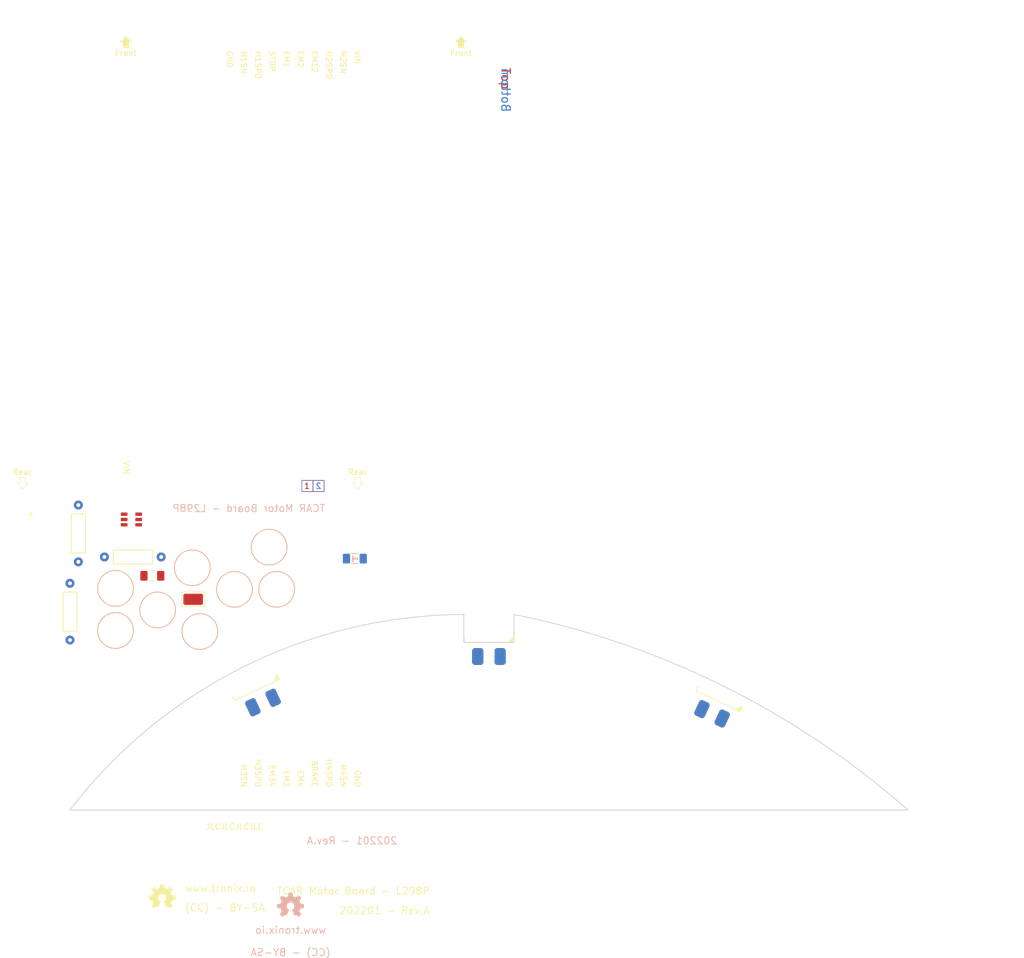
<source format=kicad_pcb>
(kicad_pcb (version 20211014) (generator pcbnew)
  (title_block (title "TCAR MCU Board - PIC24FJ") (date "01/2022") (rev "A"))
  (layers (0 "F.Cu" signal) (31 "B.Cu" signal) (34 "B.Paste" user) (35 "F.Paste" user) (36 "B.SilkS" user "B.Silkscreen") (37 "F.SilkS" user "F.Silkscreen") (38 "B.Mask" user) (39 "F.Mask" user) (44 "Edge.Cuts" user))
  (net 0 "")
  (net 1 "GND")
  (net 2 "VIN")
  (net 3 "Net-(LED1-Pad2)")
  (net 4 "Net-(Q1-Pad1)")
  (net 5 "Net-(Q1-Pad2)")
  (net 6 "Net-(IC1-Pad2)")
  (net 7 "IR_IN_1")
  (net 8 "IR_OUT_1")
  (net 10 "+3V3")
  (footprint "tronixio:M3-MASK" (layer "F.Cu") (at 72.25 138.05)
    (fp_text reference "H8" hide)
    (fp_text value "MOUNTING-HOLE-MASK-3MM" hide)
    (fp_circle (center 0 0) (end 3.2 0) (layer "B.SilkS") (width 0.15) (fill none))
    (fp_circle (center 0 0) (end 3.2 0) (layer "F.SilkS") (width 0.15) (fill none))
    (pad "" np_thru_hole circle (at 0 0) (size 3 3) (drill 3) (layers F&B.Cu *.Mask) (clearance 1.5))
  )
  (footprint "tronixio:M3-MASK" (layer "F.Cu") (at 70.9 126.64)
    (fp_text reference "H6" hide)
    (fp_text value "MOUNTING-HOLE-MASK-3MM" hide)
    (fp_circle (center 0 0) (end 3.2 0) (layer "B.SilkS") (width 0.15) (fill none))
    (fp_circle (center 0 0) (end 3.2 0) (layer "F.SilkS") (width 0.15) (fill none))
    (pad "" np_thru_hole circle (at 0 0) (size 3 3) (drill 3) (layers F&B.Cu *.Mask) (clearance 1.5))
  )
  (footprint "tronixio:zzzHARWIN-S1751" (layer "F.Cu") (at 71.05 132.29)
    (fp_text reference "TP1")
    (fp_text value "HARWIN-S1751")
    (fp_rect (start -2 1.3) (end 2 -1.3) (layer "F.SilkS") (width 0.15) (fill none))
    (pad "1" smd roundrect (at 0 0) (size 3.5 2) (layers "F.Cu" "F.Paste" "F.Mask") (roundrect_rratio 0.15))
  )
  (footprint "tronixio:RESISTOR-1206" (layer "F.Cu") (at 63.75 128.08)
    (fp_text reference "R4")
    (fp_text value "6K8")
    (fp_line (start -0.6 -0.9) (end 0.6 -0.9) (layer "F.SilkS") (width 0.15))
    (fp_line (start -0.6 0.9) (end 0.6 0.9) (layer "F.SilkS") (width 0.15))
    (pad "1" smd roundrect (at -1.5 0) (size 1.3 1.75) (layers "F.Cu" "F.Paste" "F.Mask") (roundrect_rratio 0.15) (net 2 "VIN"))
    (pad "2" smd roundrect (at 1.5 0) (size 1.3 1.75) (layers "F.Cu" "F.Paste" "F.Mask") (roundrect_rratio 0.15) (net 3 "Net-(LED1-Pad2)"))
  )
  (footprint "tronixALL:OSHW-5MM" (layer "F.Cu") (at 65.5 185.5)
    (fp_text reference "G***" hide)
    (fp_text value "LOGO" hide)
    (fp_poly (pts (xy 0.112503 -2.205305) (xy 0.188585 -2.204991) (xy 0.245175 -2.204139) (xy 0.285349 -2.202485) (xy 0.312183 -2.19976) (xy 0.328754 -2.195697) (xy 0.338137 -2.190029) (xy 0.343407 -2.182489) (xy 0.346067 -2.176502) (xy 0.351819 -2.155872) (xy 0.361219 -2.114019) (xy 0.373445 -2.054971) (xy 0.387673 -1.982754) (xy 0.403082 -1.901397) (xy 0.410766 -1.859685) (xy 0.426304 -1.776128) (xy 0.440921 -1.700487) (xy 0.453831 -1.636607) (xy 0.464245 -1.58833) (xy 0.471376 -1.559501) (xy 0.473495 -1.553524) (xy 0.487624 -1.543829) (xy 0.520987 -1.52669) (xy 0.568967 -1.504087) (xy 0.626948 -1.477998) (xy 0.690314 -1.450405) (xy 0.754449 -1.423285) (xy 0.814737 -1.398618) (xy 0.866561 -1.378383) (xy 0.905305 -1.36456) (xy 0.926354 -1.359128) (xy 0.92691 -1.359112) (xy 0.941518 -1.366107) (xy 0.97411 -1.385773) (xy 1.021624 -1.416127) (xy 1.080997 -1.455189) (xy 1.149167 -1.500978) (xy 1.204337 -1.538617) (xy 1.276991 -1.58813) (xy 1.343025 -1.632413) (xy 1.399403 -1.669487) (xy 1.443088 -1.697374) (xy 1.471043 -1.714097) (xy 1.47988 -1.718122) (xy 1.493641 -1.709282) (xy 1.521915 -1.684807) (xy 1.561669 -1.647768) (xy 1.609873 -1.601234) (xy 1.663495 -1.548276) (xy 1.719505 -1.491962) (xy 1.774871 -1.435363) (xy 1.826562 -1.381549) (xy 1.871548 -1.33359) (xy 1.906797 -1.294555) (xy 1.929278 -1.267514) (xy 1.936093 -1.256075) (xy 1.930212 -1.239792) (xy 1.912193 -1.207543) (xy 1.881475 -1.158462) (xy 1.837495 -1.091686) (xy 1.779689 -1.00635) (xy 1.707495 -0.901591) (xy 1.671879 -0.850344) (xy 1.638824 -0.80126) (xy 1.612148 -0.758563) (xy 1.594893 -0.727324) (xy 1.589904 -0.713655) (xy 1.594754 -0.697334) (xy 1.608013 -0.662128) (xy 1.62775 -0.612617) (xy 1.652031 -0.55338) (xy 1.678922 -0.488996) (xy 1.706491 -0.424047) (xy 1.732803 -0.363111) (xy 1.755927 -0.310768) (xy 1.773928 -0.271598) (xy 1.784874 -0.25018) (xy 1.786526 -0.247868) (xy 1.800495 -0.243726) (xy 1.836105 -0.235699) (xy 1.889773 -0.224522) (xy 1.957915 -0.210929) (xy 2.036948 -0.195656) (xy 2.090365 -0.185568) (xy 2.175183 -0.169544) (xy 2.252099 -0.15474) (xy 2.317349 -0.141901) (xy 2.367173 -0.131773) (xy 2.397809 -0.125104) (xy 2.405431 -0.123066) (xy 2.411063 -0.116814) (xy 2.415426 -0.101095) (xy 2.418668 -0.073197) (xy 2.420933 -0.030409) (xy 2.422366 0.02998) (xy 2.423114 0.110684) (xy 2.423321 0.210293) (xy 2.423202 0.310587) (xy 2.422711 0.388201) (xy 2.421649 0.446096) (xy 2.419816 0.487237) (xy 2.417013 0.514584) (xy 2.41304 0.531101) (xy 2.407697 0.53975) (xy 2.400883 0.543466) (xy 2.378661 0.548625) (xy 2.338314 0.556746) (xy 2.286985 0.566415) (xy 2.263049 0.570744) (xy 2.127407 0.595376) (xy 2.016332 0.616479) (xy 1.929018 0.634225) (xy 1.864656 0.64879) (xy 1.82244 0.660347) (xy 1.801562 0.66907) (xy 1.79987 0.670496) (xy 1.791465 0.686078) (xy 1.775685 0.720992) (xy 1.754362 0.770707) (xy 1.729327 0.830694) (xy 1.702414 0.896422) (xy 1.675454 0.96336) (xy 1.650281 1.026979) (xy 1.628726 1.082748) (xy 1.612622 1.126137) (xy 1.603801 1.152615) (xy 1.602692 1.157988) (xy 1.610028 1.172767) (xy 1.63143 1.207108) (xy 1.666036 1.259722) (xy 1.712983 1.329322) (xy 1.771408 1.414621) (xy 1.840447 1.51433) (xy 1.867654 1.553391) (xy 1.897811 1.599113) (xy 1.921185 1.639288) (xy 1.934376 1.667841) (xy 1.936093 1.675677) (xy 1.927103 1.692014) (xy 1.901418 1.723855) (xy 1.860965 1.769075) (xy 1.807672 1.82555) (xy 1.743466 1.891154) (xy 1.71296 1.921664) (xy 1.643302 1.990709) (xy 1.589314 2.043494) (xy 1.548612 2.081971) (xy 1.518813 2.108091) (xy 1.497532 2.123805) (xy 1.482386 2.131066) (xy 1.470991 2.131825) (xy 1.460964 2.128033) (xy 1.460917 2.128008) (xy 1.441892 2.116253) (xy 1.405419 2.09234) (xy 1.355138 2.058707) (xy 1.294686 2.017792) (xy 1.227702 1.972033) (xy 1.210483 1.960205) (xy 1.143557 1.914694) (xy 1.083189 1.874607) (xy 1.032748 1.842104) (xy 0.995605 1.819344) (xy 0.975129 1.808488) (xy 0.972784 1.807875) (xy 0.955044 1.813477) (xy 0.920428 1.82855) (xy 0.874685 1.850498) (xy 0.843591 1.866246) (xy 0.794692 1.890329) (xy 0.754091 1.908142) (xy 0.727189 1.917434) (xy 0.719661 1.917874) (xy 0.71184 1.904564) (xy 0.695873 1.87093) (xy 0.673276 1.820398) (xy 0.645566 1.756397) (xy 0.614262 1.682354) (xy 0.595951 1.638326) (xy 0.555205 1.539832) (xy 0.509885 1.430374) (xy 0.463588 1.318629) (xy 0.419909 1.213275) (xy 0.382617 1.123407) (xy 0.352192 1.049365) (xy 0.325466 0.982847) (xy 0.303922 0.927668) (xy 0.289044 0.887646) (xy 0.282318 0.866596) (xy 0.28208 0.86489) (xy 0.291868 0.850064) (xy 0.317767 0.825757) (xy 0.354572 0.796754) (xy 0.362216 0.791216) (xy 0.47362 0.699405) (xy 0.560778 0.600114) (xy 0.624272 0.492284) (xy 0.664684 0.374854) (xy 0.682594 0.246763) (xy 0.683668 0.205149) (xy 0.672966 0.079705) (xy 0.639876 -0.035509) (xy 0.583362 -0.143051) (xy 0.502387 -0.245478) (xy 0.500128 -0.247901) (xy 0.404266 -0.332655) (xy 0.297367 -0.395917) (xy 0.182586 -0.437559) (xy 0.063074 -0.45745) (xy -0.058015 -0.455461) (xy -0.177529 -0.431461) (xy -0.292317 -0.38532) (xy -0.399224 -0.316909) (xy -0.435557 -0.286461) (xy -0.524789 -0.19034) (xy -0.590858 -0.083248) (xy -0.63358 0.034398) (xy -0.65277 0.162186) (xy -0.653912 0.203806) (xy -0.64477 0.331905) (xy -0.616397 0.446756) (xy -0.567372 0.551025) (xy -0.496276 0.647379) (xy -0.401689 0.738486) (xy -0.345898 0.782346) (xy -0.305473 0.814275) (xy -0.274554 0.84243) (xy -0.257973 0.862253) (xy -0.256436 0.866724) (xy -0.261189 0.882472) (xy -0.274692 0.919019) (xy -0.295811 0.973504) (xy -0.323413 1.043065) (xy -0.356365 1.124837) (xy -0.393532 1.21596) (xy -0.424781 1.291835) (xy -0.466473 1.392714) (xy -0.506757 1.490316) (xy -0.54414 1.581016) (xy -0.57713 1.661187) (xy -0.604234 1.727202) (xy -0.623959 1.775436) (xy -0.631922 1.795053) (xy -0.656173 1.85428) (xy -0.675445 1.89208) (xy -0.695005 1.910535) (xy -0.720119 1.911726) (xy -0.756055 1.897735) (xy -0.80808 1.870643) (xy -0.814523 1.867212) (xy -0.863833 1.841835) (xy -0.905672 1.821875) (xy -0.934272 1.810004) (xy -0.942679 1.807875) (xy -0.957624 1.814831) (xy -0.990452 1.834339) (xy -1.037961 1.864353) (xy -1.096948 1.902829) (xy -1.164211 1.947723) (xy -1.20379 1.974558) (xy -1.273782 2.022017) (xy -1.336742 2.064219) (xy -1.389581 2.099132) (xy -1.429212 2.124728) (xy -1.452547 2.138976) (xy -1.457362 2.141242) (xy -1.468597 2.132572) (xy -1.495354 2.108206) (xy -1.53505 2.070611) (xy -1.585104 2.022252) (xy -1.642932 1.965596) (xy -1.688443 1.920545) (xy -1.754363 1.854061) (xy -1.811428 1.794627) (xy -1.857492 1.744605) (xy -1.890411 1.706358) (xy -1.908038 1.682247) (xy -1.910449 1.676115) (xy -1.903342 1.656709) (xy -1.88402 1.621725) (xy -1.855484 1.576225) (xy -1.822794 1.528185) (xy -1.761853 1.44109) (xy -1.706889 1.361082) (xy -1.659529 1.29063) (xy -1.621397 1.232204) (xy -1.594118 1.188276) (xy -1.579316 1.161316) (xy -1.577082 1.154608) (xy -1.581837 1.136716) (xy -1.594857 1.099854) (xy -1.614275 1.048609) (xy -1.638222 0.987568) (xy -1.664831 0.921316) (xy -1.692235 0.854442) (xy -1.718566 0.791531) (xy -1.741957 0.737171) (xy -1.76054 0.695948) (xy -1.772447 0.672449) (xy -1.774702 0.66925) (xy -1.791569 0.66222) (xy -1.829891 0.651729) (xy -1.885847 0.638647) (xy -1.955617 0.623842) (xy -2.035381 0.608183) (xy -2.07828 0.60022) (xy -2.161621 0.584627) (xy -2.236906 0.569745) (xy -2.300315 0.556391) (xy -2.348033 0.545387) (xy -2.37624 0.537551) (xy -2.381867 0.535051) (xy -2.387099 0.524908) (xy -2.390991 0.502231) (xy -2.393638 0.46456) (xy -2.395134 0.409435) (xy -2.395573 0.334397) (xy -2.39505 0.236985) (xy -2.394689 0.200194) (xy -2.391267 -0.121807) (xy -2.282282 -0.143659) (xy -2.229898 -0.153965) (xy -2.160108 -0.167419) (xy -2.080727 -0.182526) (xy -1.999569 -0.197795) (xy -1.970053 -0.203298) (xy -1.900658 -0.216734) (xy -1.840162 -0.229455) (xy -1.793065 -0.240437) (xy -1.763866 -0.248652) (xy -1.756665 -0.251967) (xy -1.746988 -0.268752) (xy -1.729936 -0.304533) (xy -1.707477 -0.354612) (xy -1.681582 -0.414291) (xy -1.654218 -0.478872) (xy -1.627353 -0.543658) (xy -1.602957 -0.60395) (xy -1.582998 -0.65505) (xy -1.569445 -0.692261) (xy -1.564266 -0.710885) (xy -1.564261 -0.711124) (xy -1.571273 -0.727773) (xy -1.590937 -0.762151) (xy -1.621195 -0.810982) (xy -1.659988 -0.870991) (xy -1.705259 -0.938901) (xy -1.732615 -0.979077) (xy -1.780965 -1.050145) (xy -1.82446 -1.115201) (xy -1.860949 -1.170937) (xy -1.888284 -1.214046) (xy -1.904314 -1.24122) (xy -1.907531 -1.248169) (xy -1.904717 -1.261112) (xy -1.890381 -1.283286) (xy -1.863069 -1.316351) (xy -1.821325 -1.361969) (xy -1.763692 -1.421801) (xy -1.691232 -1.494988) (xy -1.628982 -1.55669) (xy -1.572135 -1.611849) (xy -1.523344 -1.657988) (xy -1.485263 -1.692627) (xy -1.460542 -1.713289) (xy -1.452414 -1.718122) (xy -1.437782 -1.711105) (xy -1.405251 -1.6914) (xy -1.357928 -1.661025) (xy -1.298923 -1.621998) (xy -1.231343 -1.576338) (xy -1.183018 -1.543181) (xy -1.111112 -1.493886) (xy -1.04544 -1.44951) (xy -0.989183 -1.41215) (xy -0.945519 -1.383901) (xy -0.917627 -1.36686) (xy -0.90944 -1.362781) (xy -0.891885 -1.365776) (xy -0.855505 -1.377082) (xy -0.805012 -1.394838) (xy -0.745121 -1.417183) (xy -0.680546 -1.442257) (xy -0.616001 -1.468199) (xy -0.5562 -1.493147) (xy -0.505857 -1.515243) (xy -0.469686 -1.532623) (xy -0.45278 -1.543038) (xy -0.446293 -1.559308) (xy -0.436108 -1.597206) (xy -0.423041 -1.653118) (xy -0.407909 -1.723429) (xy -0.391528 -1.804525) (xy -0.378917 -1.870225) (xy -0.362481 -1.956759) (xy -0.347254 -2.035011) (xy -0.333961 -2.101421) (xy -0.323321 -2.152432) (xy -0.316058 -2.184486) (xy -0.31324 -2.193976) (xy -0.299005 -2.197095) (xy -0.262664 -2.199887) (xy -0.207755 -2.20223) (xy -0.137813 -2.204) (xy -0.056376 -2.205075) (xy 0.013853 -2.205351)) (layer "F.SilkS") (width 0) (fill solid))
  )
  (footprint "tronixio:SOT-23-6" (layer "F.Cu") (at 60 118)
    (fp_text reference "Q1")
    (fp_text value "BC846BS")
    (pad "1" smd roundrect locked (at -1.3 -0.95) (size 1.2 0.6) (layers "F.Cu" "F.Paste" "F.Mask") (roundrect_rratio 0.15) (net 4 "Net-(Q1-Pad1)"))
    (pad "2" smd roundrect locked (at -1.3 0) (size 1.2 0.6) (layers "F.Cu" "F.Paste" "F.Mask") (roundrect_rratio 0.15) (net 5 "Net-(Q1-Pad2)"))
    (pad "3" smd roundrect locked (at -1.3 0.95) (size 1.2 0.6) (layers "F.Cu" "F.Paste" "F.Mask") (roundrect_rratio 0.15) (net 5 "Net-(Q1-Pad2)"))
    (pad "4" smd roundrect locked (at 1.3 0.95) (size 1.2 0.6) (layers "F.Cu" "F.Paste" "F.Mask") (roundrect_rratio 0.15) (net 1 "GND"))
    (pad "5" smd roundrect locked (at 1.3 0) (size 1.2 0.6) (layers "F.Cu" "F.Paste" "F.Mask") (roundrect_rratio 0.15) (net 4 "Net-(Q1-Pad1)"))
    (pad "6" smd roundrect locked (at 1.3 -0.95) (size 1.2 0.6) (layers "F.Cu" "F.Paste" "F.Mask") (roundrect_rratio 0.15) (net 6 "Net-(IC1-Pad2)"))
  )
  (footprint "tronixio:M3-MASK" (layer "F.Cu") (at 86 130.5)
    (fp_text reference "H4" hide)
    (fp_text value "MOUNTING-HOLE-MASK-3MM" hide)
    (fp_circle (center 0 0) (end 3.2 0) (layer "B.SilkS") (width 0.15) (fill none))
    (fp_circle (center 0 0) (end 3.2 0) (layer "F.SilkS") (width 0.15) (fill none))
    (pad "" np_thru_hole circle (at 0 0) (size 3 3) (drill 3) (layers F&B.Cu *.Mask) (clearance 1.5))
  )
  (footprint "tronixio:M3-MASK" (layer "F.Cu") (at 57.15 137.88)
    (fp_text reference "H5" hide)
    (fp_text value "MOUNTING-HOLE-MASK-3MM" hide)
    (fp_circle (center 0 0) (end 3.2 0) (layer "B.SilkS") (width 0.15) (fill none))
    (fp_circle (center 0 0) (end 3.2 0) (layer "F.SilkS") (width 0.15) (fill none))
    (pad "" np_thru_hole circle (at 0 0) (size 3 3) (drill 3) (layers F&B.Cu *.Mask) (clearance 1.5))
  )
  (footprint "tronixio:M3-MASK" (layer "F.Cu") (at 84.65 122.95)
    (fp_text reference "H2" hide)
    (fp_text value "MOUNTING-HOLE-MASK-3MM" hide)
    (fp_circle (center 0 0) (end 3.2 0) (layer "B.SilkS") (width 0.15) (fill none))
    (fp_circle (center 0 0) (end 3.2 0) (layer "F.SilkS") (width 0.15) (fill none))
    (pad "" np_thru_hole circle (at 0 0) (size 3 3) (drill 3) (layers F&B.Cu *.Mask) (clearance 1.5))
  )
  (footprint "tronixio:RESISTOR-1016-TH" (layer "F.Cu") (at 60.25 124.71)
    (fp_text reference "R2")
    (fp_text value "2K7")
    (fp_rect (start -3.5 1.27) (end 3.5 -1.27) (layer "F.SilkS") (width 0.15) (fill none))
    (pad "1" thru_hole circle locked (at -5.08 0) (size 1.6 1.6) (drill 0.7) (layers *.Cu *.Mask) (net 8 "IR_OUT_1"))
    (pad "2" thru_hole circle locked (at 5.08 0) (size 1.6 1.6) (drill 0.7) (layers *.Cu *.Mask) (net 1 "GND"))
  )
  (footprint "tronixio:M3-MASK" (layer "F.Cu") (at 64.7 134.19)
    (fp_text reference "H1" hide)
    (fp_text value "MOUNTING-HOLE-MASK-3MM" hide)
    (fp_circle (center 0 0) (end 3.2 0) (layer "B.SilkS") (width 0.15) (fill none))
    (fp_circle (center 0 0) (end 3.2 0) (layer "F.SilkS") (width 0.15) (fill none))
    (pad "" np_thru_hole circle (at 0 0) (size 3 3) (drill 3) (layers F&B.Cu *.Mask) (clearance 1.5))
  )
  (footprint "tronixio:RESISTOR-1016-TH" (layer "F.Cu") (at 49 134.5 90)
    (fp_text reference "R1")
    (fp_text value "4K7")
    (fp_rect (start -3.5 1.27) (end 3.5 -1.27) (layer "F.SilkS") (width 0.15) (fill none))
    (pad "1" thru_hole circle locked (at -5.08 0 90) (size 1.6 1.6) (drill 0.7) (layers *.Cu *.Mask) (net 7 "IR_IN_1"))
    (pad "2" thru_hole circle locked (at 5.08 0 90) (size 1.6 1.6) (drill 0.7) (layers *.Cu *.Mask) (net 5 "Net-(Q1-Pad2)"))
  )
  (footprint "tronixio:M3-MASK" (layer "F.Cu") (at 78.45 130.5)
    (fp_text reference "H3" hide)
    (fp_text value "MOUNTING-HOLE-MASK-3MM" hide)
    (fp_circle (center 0 0) (end 3.2 0) (layer "B.SilkS") (width 0.15) (fill none))
    (fp_circle (center 0 0) (end 3.2 0) (layer "F.SilkS") (width 0.15) (fill none))
    (pad "" np_thru_hole circle (at 0 0) (size 3 3) (drill 3) (layers F&B.Cu *.Mask) (clearance 1.5))
  )
  (footprint "tronixio:RESISTOR-1016-TH" (layer "F.Cu") (at 50.5 120.5 90)
    (fp_text reference "R3")
    (fp_text value "33Ω")
    (fp_rect (start -3.5 1.27) (end 3.5 -1.27) (layer "F.SilkS") (width 0.15) (fill none))
    (pad "1" thru_hole circle locked (at -5.08 0 90) (size 1.6 1.6) (drill 0.7) (layers *.Cu *.Mask) (net 4 "Net-(Q1-Pad1)"))
    (pad "2" thru_hole circle locked (at 5.08 0 90) (size 1.6 1.6) (drill 0.7) (layers *.Cu *.Mask) (net 1 "GND"))
  )
  (footprint "tronixio:M3-MASK" (layer "F.Cu") (at 57.15 130.33)
    (fp_text reference "H7" hide)
    (fp_text value "MOUNTING-HOLE-MASK-3MM" hide)
    (fp_circle (center 0 0) (end 3.2 0) (layer "B.SilkS") (width 0.15) (fill none))
    (fp_circle (center 0 0) (end 3.2 0) (layer "F.SilkS") (width 0.15) (fill none))
    (pad "" np_thru_hole circle (at 0 0) (size 3 3) (drill 3) (layers F&B.Cu *.Mask) (clearance 1.5))
  )
  (footprint "tronixio:zzzLTH-1550-01-HORIZONTAL" (layer "B.Cu") (at 165 150.525 -25)
    (fp_text reference "IC3")
    (fp_text value "LITEON-LTH-1550-01")
    (fp_line (start -4.4 0) (end -4.4 -1) (layer "F.SilkS") (width 0.12))
    (fp_line (start 4.4 0) (end 4.4 -1) (layer "F.SilkS") (width 0.12))
    (fp_line (start 4.4 0) (end -4.4 0) (layer "F.SilkS") (width 0.12))
    (fp_poly (pts (xy 4.4 -1) (xy 4.4 0) (xy 3.4 0)) (layer "F.SilkS") (width 0.12) (fill solid))
    (pad "1" smd roundrect (at 2 2.5 65) (size 3 2) (layers "F.Cu" "F.Paste" "F.Mask"))
    (pad "2" smd roundrect (at 2 2.5 245) (size 3 2) (layers "B.Cu" "B.Paste" "B.Mask"))
    (pad "3" smd roundrect (at -2 2.5 245) (size 3 2) (layers "B.Cu" "B.Paste" "B.Mask"))
    (pad "4" smd roundrect (at -2 2.5 65) (size 3 2) (layers "F.Cu" "F.Paste" "F.Mask"))
  )
  (footprint "tronixio:zzzLTH-1550-01-HORIZONTAL" (layer "B.Cu") (at 82.5 148.5 25)
    (fp_text reference "IC1")
    (fp_text value "LITEON-LTH-1550-01")
    (fp_line (start 4.4 0) (end -4.4 0) (layer "F.SilkS") (width 0.12))
    (fp_line (start 4.4 0) (end 4.4 -1) (layer "F.SilkS") (width 0.12))
    (fp_line (start -4.4 0) (end -4.4 -1) (layer "F.SilkS") (width 0.12))
    (fp_poly (pts (xy 4.4 -1) (xy 4.4 0) (xy 3.4 0)) (layer "F.SilkS") (width 0.12) (fill solid))
    (pad "1" smd roundrect (at 2 2.5 115) (size 3 2) (layers "F.Cu" "F.Paste" "F.Mask") (net 2 "VIN"))
    (pad "2" smd roundrect (at 2 2.5 295) (size 3 2) (layers "B.Cu" "B.Paste" "B.Mask") (net 6 "Net-(IC1-Pad2)"))
    (pad "3" smd roundrect (at -2 2.5 295) (size 3 2) (layers "B.Cu" "B.Paste" "B.Mask") (net 10 "+3V3"))
    (pad "4" smd roundrect (at -2 2.5 115) (size 3 2) (layers "F.Cu" "F.Paste" "F.Mask") (net 8 "IR_OUT_1"))
  )
  (footprint "tronixio:LED-1206" (layer "B.Cu") (at 100 125 180)
    (fp_text reference "LED1")
    (fp_text value "Power")
    (fp_line (start -0.6 -0.9) (end 0.6 -0.9) (layer "B.SilkS") (width 0.15))
    (fp_line (start -0.6 0.9) (end 0.6 0.9) (layer "B.SilkS") (width 0.15))
    (fp_poly (pts (xy 0.5 -0.6) (xy 0.3 -0.6) (xy 0.3 -0.1) (xy -0.5 -0.1) (xy -0.5 0.1) (xy 0.3 0.1) (xy 0.3 0.6) (xy 0.5 0.6)) (layer "B.SilkS") (width 0.1) (fill solid))
    (pad "1" smd roundrect (at -1.5 0 180) (size 1.3 1.75) (layers "B.Cu" "B.Paste" "B.Mask") (roundrect_rratio 0.15) (net 1 "GND"))
    (pad "2" smd roundrect (at 1.5 0 180) (size 1.3 1.75) (layers "B.Cu" "B.Paste" "B.Mask") (roundrect_rratio 0.15) (net 3 "Net-(LED1-Pad2)"))
  )
  (footprint "tronixio:zzzLTH-1550-01-HORIZONTAL" (layer "B.Cu") (at 124 140.025)
    (fp_text reference "IC2")
    (fp_text value "LITEON-LTH-1550-01")
    (fp_line (start -4.4 0) (end -4.4 -1) (layer "F.SilkS") (width 0.12))
    (fp_line (start 4.4 0) (end 4.4 -1) (layer "F.SilkS") (width 0.12))
    (fp_line (start 4.4 0) (end -4.4 0) (layer "F.SilkS") (width 0.12))
    (fp_poly (pts (xy 4.4 -1) (xy 4.4 0) (xy 3.4 0)) (layer "F.SilkS") (width 0.12) (fill solid))
    (pad "1" smd roundrect (at 2 2.5 90) (size 3 2) (layers "F.Cu" "F.Paste" "F.Mask"))
    (pad "2" smd roundrect (at 2 2.5 270) (size 3 2) (layers "B.Cu" "B.Paste" "B.Mask"))
    (pad "3" smd roundrect (at -2 2.5 270) (size 3 2) (layers "B.Cu" "B.Paste" "B.Mask"))
    (pad "4" smd roundrect (at -2 2.5 90) (size 3 2) (layers "F.Cu" "F.Paste" "F.Mask"))
  )
  (footprint "tronixALL:OSHW-5MM" (layer "B.Cu") (at 88.5 187 180)
    (fp_text reference "G***" hide)
    (fp_text value "LOGO" hide)
    (fp_poly (pts (xy 0.112503 2.205305) (xy 0.188585 2.204991) (xy 0.245175 2.204139) (xy 0.285349 2.202485) (xy 0.312183 2.19976) (xy 0.328754 2.195697) (xy 0.338137 2.190029) (xy 0.343407 2.182489) (xy 0.346067 2.176502) (xy 0.351819 2.155872) (xy 0.361219 2.114019) (xy 0.373445 2.054971) (xy 0.387673 1.982754) (xy 0.403082 1.901397) (xy 0.410766 1.859685) (xy 0.426304 1.776128) (xy 0.440921 1.700487) (xy 0.453831 1.636607) (xy 0.464245 1.58833) (xy 0.471376 1.559501) (xy 0.473495 1.553524) (xy 0.487624 1.543829) (xy 0.520987 1.52669) (xy 0.568967 1.504087) (xy 0.626948 1.477998) (xy 0.690314 1.450405) (xy 0.754449 1.423285) (xy 0.814737 1.398618) (xy 0.866561 1.378383) (xy 0.905305 1.36456) (xy 0.926354 1.359128) (xy 0.92691 1.359112) (xy 0.941518 1.366107) (xy 0.97411 1.385773) (xy 1.021624 1.416127) (xy 1.080997 1.455189) (xy 1.149167 1.500978) (xy 1.204337 1.538617) (xy 1.276991 1.58813) (xy 1.343025 1.632413) (xy 1.399403 1.669487) (xy 1.443088 1.697374) (xy 1.471043 1.714097) (xy 1.47988 1.718122) (xy 1.493641 1.709282) (xy 1.521915 1.684807) (xy 1.561669 1.647768) (xy 1.609873 1.601234) (xy 1.663495 1.548276) (xy 1.719505 1.491962) (xy 1.774871 1.435363) (xy 1.826562 1.381549) (xy 1.871548 1.33359) (xy 1.906797 1.294555) (xy 1.929278 1.267514) (xy 1.936093 1.256075) (xy 1.930212 1.239792) (xy 1.912193 1.207543) (xy 1.881475 1.158462) (xy 1.837495 1.091686) (xy 1.779689 1.00635) (xy 1.707495 0.901591) (xy 1.671879 0.850344) (xy 1.638824 0.80126) (xy 1.612148 0.758563) (xy 1.594893 0.727324) (xy 1.589904 0.713655) (xy 1.594754 0.697334) (xy 1.608013 0.662128) (xy 1.62775 0.612617) (xy 1.652031 0.55338) (xy 1.678922 0.488996) (xy 1.706491 0.424047) (xy 1.732803 0.363111) (xy 1.755927 0.310768) (xy 1.773928 0.271598) (xy 1.784874 0.25018) (xy 1.786526 0.247868) (xy 1.800495 0.243726) (xy 1.836105 0.235699) (xy 1.889773 0.224522) (xy 1.957915 0.210929) (xy 2.036948 0.195656) (xy 2.090365 0.185568) (xy 2.175183 0.169544) (xy 2.252099 0.15474) (xy 2.317349 0.141901) (xy 2.367173 0.131773) (xy 2.397809 0.125104) (xy 2.405431 0.123066) (xy 2.411063 0.116814) (xy 2.415426 0.101095) (xy 2.418668 0.073197) (xy 2.420933 0.030409) (xy 2.422366 -0.02998) (xy 2.423114 -0.110684) (xy 2.423321 -0.210293) (xy 2.423202 -0.310587) (xy 2.422711 -0.388201) (xy 2.421649 -0.446096) (xy 2.419816 -0.487237) (xy 2.417013 -0.514584) (xy 2.41304 -0.531101) (xy 2.407697 -0.53975) (xy 2.400883 -0.543466) (xy 2.378661 -0.548625) (xy 2.338314 -0.556746) (xy 2.286985 -0.566415) (xy 2.263049 -0.570744) (xy 2.127407 -0.595376) (xy 2.016332 -0.616479) (xy 1.929018 -0.634225) (xy 1.864656 -0.64879) (xy 1.82244 -0.660347) (xy 1.801562 -0.66907) (xy 1.79987 -0.670496) (xy 1.791465 -0.686078) (xy 1.775685 -0.720992) (xy 1.754362 -0.770707) (xy 1.729327 -0.830694) (xy 1.702414 -0.896422) (xy 1.675454 -0.96336) (xy 1.650281 -1.026979) (xy 1.628726 -1.082748) (xy 1.612622 -1.126137) (xy 1.603801 -1.152615) (xy 1.602692 -1.157988) (xy 1.610028 -1.172767) (xy 1.63143 -1.207108) (xy 1.666036 -1.259722) (xy 1.712983 -1.329322) (xy 1.771408 -1.414621) (xy 1.840447 -1.51433) (xy 1.867654 -1.553391) (xy 1.897811 -1.599113) (xy 1.921185 -1.639288) (xy 1.934376 -1.667841) (xy 1.936093 -1.675677) (xy 1.927103 -1.692014) (xy 1.901418 -1.723855) (xy 1.860965 -1.769075) (xy 1.807672 -1.82555) (xy 1.743466 -1.891154) (xy 1.71296 -1.921664) (xy 1.643302 -1.990709) (xy 1.589314 -2.043494) (xy 1.548612 -2.081971) (xy 1.518813 -2.108091) (xy 1.497532 -2.123805) (xy 1.482386 -2.131066) (xy 1.470991 -2.131825) (xy 1.460964 -2.128033) (xy 1.460917 -2.128008) (xy 1.441892 -2.116253) (xy 1.405419 -2.09234) (xy 1.355138 -2.058707) (xy 1.294686 -2.017792) (xy 1.227702 -1.972033) (xy 1.210483 -1.960205) (xy 1.143557 -1.914694) (xy 1.083189 -1.874607) (xy 1.032748 -1.842104) (xy 0.995605 -1.819344) (xy 0.975129 -1.808488) (xy 0.972784 -1.807875) (xy 0.955044 -1.813477) (xy 0.920428 -1.82855) (xy 0.874685 -1.850498) (xy 0.843591 -1.866246) (xy 0.794692 -1.890329) (xy 0.754091 -1.908142) (xy 0.727189 -1.917434) (xy 0.719661 -1.917874) (xy 0.71184 -1.904564) (xy 0.695873 -1.87093) (xy 0.673276 -1.820398) (xy 0.645566 -1.756397) (xy 0.614262 -1.682354) (xy 0.595951 -1.638326) (xy 0.555205 -1.539832) (xy 0.509885 -1.430374) (xy 0.463588 -1.318629) (xy 0.419909 -1.213275) (xy 0.382617 -1.123407) (xy 0.352192 -1.049365) (xy 0.325466 -0.982847) (xy 0.303922 -0.927668) (xy 0.289044 -0.887646) (xy 0.282318 -0.866596) (xy 0.28208 -0.86489) (xy 0.291868 -0.850064) (xy 0.317767 -0.825757) (xy 0.354572 -0.796754) (xy 0.362216 -0.791216) (xy 0.47362 -0.699405) (xy 0.560778 -0.600114) (xy 0.624272 -0.492284) (xy 0.664684 -0.374854) (xy 0.682594 -0.246763) (xy 0.683668 -0.205149) (xy 0.672966 -0.079705) (xy 0.639876 0.035509) (xy 0.583362 0.143051) (xy 0.502387 0.245478) (xy 0.500128 0.247901) (xy 0.404266 0.332655) (xy 0.297367 0.395917) (xy 0.182586 0.437559) (xy 0.063074 0.45745) (xy -0.058015 0.455461) (xy -0.177529 0.431461) (xy -0.292317 0.38532) (xy -0.399224 0.316909) (xy -0.435557 0.286461) (xy -0.524789 0.19034) (xy -0.590858 0.083248) (xy -0.63358 -0.034398) (xy -0.65277 -0.162186) (xy -0.653912 -0.203806) (xy -0.64477 -0.331905) (xy -0.616397 -0.446756) (xy -0.567372 -0.551025) (xy -0.496276 -0.647379) (xy -0.401689 -0.738486) (xy -0.345898 -0.782346) (xy -0.305473 -0.814275) (xy -0.274554 -0.84243) (xy -0.257973 -0.862253) (xy -0.256436 -0.866724) (xy -0.261189 -0.882472) (xy -0.274692 -0.919019) (xy -0.295811 -0.973504) (xy -0.323413 -1.043065) (xy -0.356365 -1.124837) (xy -0.393532 -1.21596) (xy -0.424781 -1.291835) (xy -0.466473 -1.392714) (xy -0.506757 -1.490316) (xy -0.54414 -1.581016) (xy -0.57713 -1.661187) (xy -0.604234 -1.727202) (xy -0.623959 -1.775436) (xy -0.631922 -1.795053) (xy -0.656173 -1.85428) (xy -0.675445 -1.89208) (xy -0.695005 -1.910535) (xy -0.720119 -1.911726) (xy -0.756055 -1.897735) (xy -0.80808 -1.870643) (xy -0.814523 -1.867212) (xy -0.863833 -1.841835) (xy -0.905672 -1.821875) (xy -0.934272 -1.810004) (xy -0.942679 -1.807875) (xy -0.957624 -1.814831) (xy -0.990452 -1.834339) (xy -1.037961 -1.864353) (xy -1.096948 -1.902829) (xy -1.164211 -1.947723) (xy -1.20379 -1.974558) (xy -1.273782 -2.022017) (xy -1.336742 -2.064219) (xy -1.389581 -2.099132) (xy -1.429212 -2.124728) (xy -1.452547 -2.138976) (xy -1.457362 -2.141242) (xy -1.468597 -2.132572) (xy -1.495354 -2.108206) (xy -1.53505 -2.070611) (xy -1.585104 -2.022252) (xy -1.642932 -1.965596) (xy -1.688443 -1.920545) (xy -1.754363 -1.854061) (xy -1.811428 -1.794627) (xy -1.857492 -1.744605) (xy -1.890411 -1.706358) (xy -1.908038 -1.682247) (xy -1.910449 -1.676115) (xy -1.903342 -1.656709) (xy -1.88402 -1.621725) (xy -1.855484 -1.576225) (xy -1.822794 -1.528185) (xy -1.761853 -1.44109) (xy -1.706889 -1.361082) (xy -1.659529 -1.29063) (xy -1.621397 -1.232204) (xy -1.594118 -1.188276) (xy -1.579316 -1.161316) (xy -1.577082 -1.154608) (xy -1.581837 -1.136716) (xy -1.594857 -1.099854) (xy -1.614275 -1.048609) (xy -1.638222 -0.987568) (xy -1.664831 -0.921316) (xy -1.692235 -0.854442) (xy -1.718566 -0.791531) (xy -1.741957 -0.737171) (xy -1.76054 -0.695948) (xy -1.772447 -0.672449) (xy -1.774702 -0.66925) (xy -1.791569 -0.66222) (xy -1.829891 -0.651729) (xy -1.885847 -0.638647) (xy -1.955617 -0.623842) (xy -2.035381 -0.608183) (xy -2.07828 -0.60022) (xy -2.161621 -0.584627) (xy -2.236906 -0.569745) (xy -2.300315 -0.556391) (xy -2.348033 -0.545387) (xy -2.37624 -0.537551) (xy -2.381867 -0.535051) (xy -2.387099 -0.524908) (xy -2.390991 -0.502231) (xy -2.393638 -0.46456) (xy -2.395134 -0.409435) (xy -2.395573 -0.334397) (xy -2.39505 -0.236985) (xy -2.394689 -0.200194) (xy -2.391267 0.121807) (xy -2.282282 0.143659) (xy -2.229898 0.153965) (xy -2.160108 0.167419) (xy -2.080727 0.182526) (xy -1.999569 0.197795) (xy -1.970053 0.203298) (xy -1.900658 0.216734) (xy -1.840162 0.229455) (xy -1.793065 0.240437) (xy -1.763866 0.248652) (xy -1.756665 0.251967) (xy -1.746988 0.268752) (xy -1.729936 0.304533) (xy -1.707477 0.354612) (xy -1.681582 0.414291) (xy -1.654218 0.478872) (xy -1.627353 0.543658) (xy -1.602957 0.60395) (xy -1.582998 0.65505) (xy -1.569445 0.692261) (xy -1.564266 0.710885) (xy -1.564261 0.711124) (xy -1.571273 0.727773) (xy -1.590937 0.762151) (xy -1.621195 0.810982) (xy -1.659988 0.870991) (xy -1.705259 0.938901) (xy -1.732615 0.979077) (xy -1.780965 1.050145) (xy -1.82446 1.115201) (xy -1.860949 1.170937) (xy -1.888284 1.214046) (xy -1.904314 1.24122) (xy -1.907531 1.248169) (xy -1.904717 1.261112) (xy -1.890381 1.283286) (xy -1.863069 1.316351) (xy -1.821325 1.361969) (xy -1.763692 1.421801) (xy -1.691232 1.494988) (xy -1.628982 1.55669) (xy -1.572135 1.611849) (xy -1.523344 1.657988) (xy -1.485263 1.692627) (xy -1.460542 1.713289) (xy -1.452414 1.718122) (xy -1.437782 1.711105) (xy -1.405251 1.6914) (xy -1.357928 1.661025) (xy -1.298923 1.621998) (xy -1.231343 1.576338) (xy -1.183018 1.543181) (xy -1.111112 1.493886) (xy -1.04544 1.44951) (xy -0.989183 1.41215) (xy -0.945519 1.383901) (xy -0.917627 1.36686) (xy -0.90944 1.362781) (xy -0.891885 1.365776) (xy -0.855505 1.377082) (xy -0.805012 1.394838) (xy -0.745121 1.417183) (xy -0.680546 1.442257) (xy -0.616001 1.468199) (xy -0.5562 1.493147) (xy -0.505857 1.515243) (xy -0.469686 1.532623) (xy -0.45278 1.543038) (xy -0.446293 1.559308) (xy -0.436108 1.597206) (xy -0.423041 1.653118) (xy -0.407909 1.723429) (xy -0.391528 1.804525) (xy -0.378917 1.870225) (xy -0.362481 1.956759) (xy -0.347254 2.035011) (xy -0.333961 2.101421) (xy -0.323321 2.152432) (xy -0.316058 2.184486) (xy -0.31324 2.193976) (xy -0.299005 2.197095) (xy -0.262664 2.199887) (xy -0.207755 2.20223) (xy -0.137813 2.204) (xy -0.056376 2.205075) (xy 0.013853 2.205351)) (layer "B.SilkS") (width 0) (fill solid))
  )
  (gr_rect locked (start 90.5 113) (end 94.5 111) (layer "F.Cu") (width 0.1) (fill none))
  (gr_line locked (start 92.5 113) (end 92.5 111) (layer "F.Cu") (width 0.1))
  (gr_line locked (start 92.5 113) (end 92.5 111) (layer "B.Cu") (width 0.1))
  (gr_rect locked (start 90.5 113) (end 94.5 111) (layer "B.Cu") (width 0.1) (fill none))
  (gr_poly locked (pts (xy 99.5 111.5) (xy 100 111.5) (xy 100 110.5) (xy 101 110.5) (xy 101 111.5) (xy 101.5 111.5) (xy 100.5 112.5)) (layer "F.SilkS") (width 0.1) (fill none))
  (gr_poly (pts (xy 39.5 111.5) (xy 40 111.5) (xy 40 110.5) (xy 41 110.5) (xy 41 111.5) (xy 41.5 111.5) (xy 40.5 112.5)) (layer "F.SilkS") (width 0.1) (fill none))
  (gr_circle locked (center 42 117) (end 42.25 117) (layer "F.SilkS") (width 0.1) (fill solid))
  (gr_poly locked (pts (xy 60 32.5) (xy 59.5 32.5) (xy 59.5 33.5) (xy 58.5 33.5) (xy 58.5 32.5) (xy 58 32.5) (xy 59 31.5)) (layer "F.SilkS") (width 0.1) (fill solid))
  (gr_poly locked (pts (xy 120 32.5) (xy 119.5 32.5) (xy 119.5 33.5) (xy 118.5 33.5) (xy 118.5 32.5) (xy 118 32.5) (xy 119 31.5)) (layer "F.SilkS") (width 0.1) (fill solid))
  (gr_line (start 119.5 135) (end 119.5 140) (layer "Edge.Cuts") (width 0.15))
  (gr_line locked (start 49 170) (end 199 170) (layer "Edge.Cuts") (width 0.15))
  (gr_line (start 128.5 140) (end 128.5 135) (layer "Edge.Cuts") (width 0.15))
  (gr_line (start 119.5 140) (end 128.5 140) (layer "Edge.Cuts") (width 0.15))
  (gr_arc (start 49 170) (mid 80.190662 144.323334) (end 119.5 135) (layer "Edge.Cuts") (width 0.15))
  (gr_arc (start 128.5 135) (mid 166.053919 147.859249) (end 199 170) (layer "Edge.Cuts") (width 0.15))
  (gr_text "Top" (at 127 37 270) (layer "F.Cu") (effects (font (size 1.5 1.5) (thickness 0.2)) (justify left)))
  (gr_text "1" (at 91.43 112) (layer "F.Cu") (effects (font (size 1 1))))
  (gr_text "2" (at 93.5 112) (layer "B.Cu") (effects (font (size 1 1)) (justify mirror)))
  (gr_text "Bottom" (at 127 37 270) (layer "B.Cu") (effects (font (size 1.5 1.5) (thickness 0.2)) (justify right mirror)))
  (gr_text "(CC) - BY-SA" (at 88.5 195.5) (layer "B.SilkS") (effects (font (size 1.3 1.3)) (justify mirror)))
  (gr_text "202201 - Rev.A" (at 99.5 175.5) (layer "B.SilkS") (effects (font (size 1.3 1.3)) (justify mirror)))
  (gr_text "TCAR Motor Board - L298P" (at 81 116) (layer "B.SilkS") (effects (font (size 1.3 1.3)) (justify mirror)))
  (gr_text "www.tronix.io" (at 88.5 191.5) (layer "B.SilkS") (effects (font (size 1.3 1.3)) (justify mirror)))
  (gr_text "EM2" (at 90.25 34 270) (layer "F.SilkS") (effects (font (size 1 1)) (justify left)))
  (gr_text "Rear" (at 100.5 109.5) (layer "F.SilkS") (effects (font (size 1 1))))
  (gr_text "Front" (at 119 34.5) (layer "F.SilkS") (effects (font (size 1 1))))
  (gr_text "M1SN" (at 80.1 34 270) (layer "F.SilkS") (effects (font (size 1 1)) (justify left)))
  (gr_text "TCAR Motor Board - L298P" (at 113.5 184.5) (layer "F.SilkS") (effects (font (size 1.3 1.3)) (justify right)))
  (gr_text "EM1" (at 87.75 34 270) (layer "F.SilkS") (effects (font (size 1 1)) (justify left)))
  (gr_text "M2SPD" (at 95.35 34 270) (layer "F.SilkS") (effects (font (size 1 1)) (justify left)))
  (gr_text "JLCJLCJLCJLC" (at 78.5 173) (layer "F.SilkS") (effects (font (size 1 1))))
  (gr_text "GND" (at 77.6 34 270) (layer "F.SilkS") (effects (font (size 1 1)) (justify left)))
  (gr_text "Rear" (at 40.5 109.5) (layer "F.SilkS") (effects (font (size 1 1))))
  (gr_text "M3SN" (at 80.1 166 270) (layer "F.SilkS") (effects (font (size 1 1)) (justify right)))
  (gr_text "EM12" (at 92.8 34 270) (layer "F.SilkS") (effects (font (size 1 1)) (justify left)))
  (gr_text "VIN" (at 100.45 34 270) (layer "F.SilkS") (effects (font (size 1 1)) (justify left)))
  (gr_text "www.tronix.io" (at 69.5 184) (layer "F.SilkS") (effects (font (size 1.3 1.3)) (justify left)))
  (gr_text "EM4" (at 90.25 166 270) (layer "F.SilkS") (effects (font (size 1 1)) (justify right)))
  (gr_text "M4SPD" (at 95.35 166 270) (layer "F.SilkS") (effects (font (size 1 1)) (justify right)))
  (gr_text "202201 - Rev.A" (at 113.5 188) (layer "F.SilkS") (effects (font (size 1.3 1.3)) (justify right)))
  (gr_text "EM3" (at 87.75 166 270) (layer "F.SilkS") (effects (font (size 1 1)) (justify right)))
  (gr_text "VIN" (at 59.1 110 270) (layer "F.SilkS") (effects (font (size 1 1)) (justify right)))
  (gr_text "EM34" (at 85.2 166 270) (layer "F.SilkS") (effects (font (size 1 1)) (justify right)))
  (gr_text "M2SN" (at 97.9 34 270) (layer "F.SilkS") (effects (font (size 1 1)) (justify left)))
  (gr_text "STOP" (at 85.2 34 270) (layer "F.SilkS") (effects (font (size 1 1)) (justify left)))
  (gr_text "M1SPD" (at 82.65 34 270) (layer "F.SilkS") (effects (font (size 1 1)) (justify left)))
  (gr_text "GND" (at 100.45 166 270) (layer "F.SilkS") (effects (font (size 1 1)) (justify right)))
  (gr_text "Front" (at 59 34.5) (layer "F.SilkS") (effects (font (size 1 1))))
  (gr_text "M4SN" (at 97.9 166 270) (layer "F.SilkS") (effects (font (size 1 1)) (justify right)))
  (gr_text "(CC) - BY-SA" (at 69.5 187.5) (layer "F.SilkS") (effects (font (size 1.3 1.3)) (justify left)))
  (gr_text "M3SPD" (at 82.65 166 270) (layer "F.SilkS") (effects (font (size 1 1)) (justify right)))
  (gr_text "BRAKE" (at 92.8 166 270) (layer "F.SilkS") (effects (font (size 1 1)) (justify right)))
)
</source>
